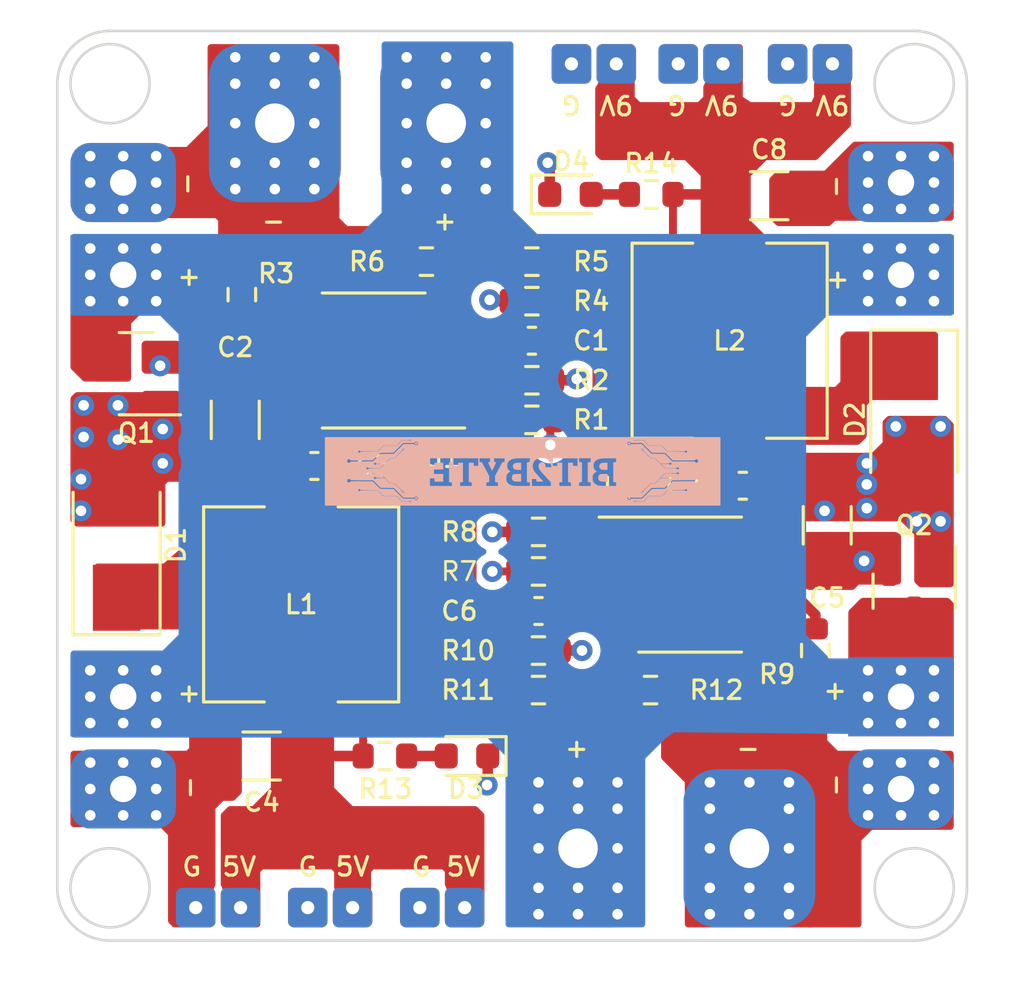
<source format=kicad_pcb>
(kicad_pcb (version 20211014) (generator pcbnew)
  (title_block (title "PDB") (date "2022-09-21") (rev "Version 1.0") (company "BIT2BYTE") (comment 1 "Designed By: CHUOB VANDY"))
  (layers (0 "F.Cu" signal) (1 "In1.Cu" power "In_1_GND") (2 "In2.Cu" power "In_2_GND") (31 "B.Cu" signal) (34 "B.Paste" user) (35 "F.Paste" user) (36 "B.SilkS" user "B.Silkscreen") (37 "F.SilkS" user "F.Silkscreen") (38 "B.Mask" user) (39 "F.Mask" user) (44 "Edge.Cuts" user))
  (net 0 "")
  (net 1 "/COMP")
  (net 2 "Net-(C1-Pad2)")
  (net 3 "/VIN")
  (net 4 "GND")
  (net 5 "/BST")
  (net 6 "/SW")
  (net 7 "+5V")
  (net 8 "Net-(C6-Pad2)")
  (net 9 "+9V")
  (net 10 "VCC")
  (net 11 "/EN")
  (net 12 "/FREQ")
  (net 13 "/FB")
  (net 14 "/VIN_9")
  (net 15 "/COMP_9")
  (net 16 "/BST_9")
  (net 17 "/SW_9")
  (net 18 "/EN_9")
  (net 19 "/FREQ_9")
  (net 20 "/FB_9")
  (net 21 "Net-(D3-Pad2)")
  (net 22 "Net-(D4-Pad2)")
  (footprint "Resistor_SMD:R_0603_1608Metric" (layer "F.Cu") (at 147.4 94)
    (fp_text reference "R7" (at -3.01 0) (layer "F.SilkS") (effects (font (size 0.7 0.7) (thickness 0.1))))
    (fp_text value "100k")
    (pad "1" smd roundrect locked (at -0.825 0) (size 0.8 0.95) (layers "F.Cu" "F.Paste" "F.Mask") (net 14 "/VIN_9"))
    (pad "2" smd roundrect locked (at 0.825 0) (size 0.8 0.95) (layers "F.Cu" "F.Paste" "F.Mask") (net 18 "/EN_9"))
  )
  (footprint "Diode_SMD:D_SMA" (layer "F.Cu") (at 131.4 93 90)
    (fp_text reference "D1" (at 0 2.25 90) (layer "F.SilkS") (effects (font (size 0.7 0.7) (thickness 0.12))))
    (fp_text value "SS34")
    (pad "1" smd rect locked (at -2 0 90) (size 2.5 1.8) (layers "F.Cu" "F.Paste" "F.Mask") (net 6 "/SW"))
    (pad "2" smd rect locked (at 2 0 90) (size 2.5 1.8) (layers "F.Cu" "F.Paste" "F.Mask") (net 4 "GND"))
  )
  (footprint "Resistor_SMD:R_0603_1608Metric" (layer "F.Cu") (at 136.15 83.5 90)
    (fp_text reference "R3" (at 0.8 1.3) (layer "F.SilkS") (effects (font (size 0.7 0.7) (thickness 0.12))))
    (fp_text value "100k")
    (pad "1" smd roundrect locked (at -0.825 0 90) (size 0.8 0.95) (layers "F.Cu" "F.Paste" "F.Mask") (net 12 "/FREQ"))
    (pad "2" smd roundrect locked (at 0.825 0 90) (size 0.8 0.95) (layers "F.Cu" "F.Paste" "F.Mask") (net 4 "GND"))
  )
  (footprint "LED_SMD:LED_0603_1608Metric" (layer "F.Cu") (at 148.6125 79.7)
    (fp_text reference "D4" (at 0.0375 -1.25 180) (layer "F.SilkS") (effects (font (size 0.7 0.7) (thickness 0.12))))
    (fp_text value "LEDR")
    (pad "1" smd roundrect locked (at -0.7875 0) (size 0.875 0.95) (layers "F.Cu" "F.Paste" "F.Mask") (net 4 "GND"))
    (pad "2" smd roundrect locked (at 0.7875 0) (size 0.875 0.95) (layers "F.Cu" "F.Paste" "F.Mask") (net 22 "Net-(D4-Pad2)"))
  )
  (footprint "Resistor_SMD:R_0603_1608Metric" (layer "F.Cu") (at 143.15 82.25 180)
    (fp_text reference "R6" (at 2.25 0) (layer "F.SilkS") (effects (font (size 0.7 0.7) (thickness 0.12))))
    (fp_text value "24k")
    (pad "1" smd roundrect locked (at -0.825 0 180) (size 0.8 0.95) (layers "F.Cu" "F.Paste" "F.Mask") (net 13 "/FB"))
    (pad "2" smd roundrect locked (at 0.825 0 180) (size 0.8 0.95) (layers "F.Cu" "F.Paste" "F.Mask") (net 4 "GND"))
  )
  (footprint "Resistor_SMD:R_0603_1608Metric" (layer "F.Cu") (at 151.675 79.7 180)
    (fp_text reference "R14" (at 0 1.175 180) (layer "F.SilkS") (effects (font (size 0.7 0.7) (thickness 0.12))))
    (fp_text value "1k")
    (pad "1" smd roundrect locked (at -0.825 0 180) (size 0.8 0.95) (layers "F.Cu" "F.Paste" "F.Mask") (net 9 "+9V"))
    (pad "2" smd roundrect locked (at 0.825 0 180) (size 0.8 0.95) (layers "F.Cu" "F.Paste" "F.Mask") (net 22 "Net-(D4-Pad2)"))
  )
  (footprint "Capacitor_SMD:C_0603_1608Metric" (layer "F.Cu") (at 147.15 85.25)
    (fp_text reference "C1" (at 2.25 0) (layer "F.SilkS") (effects (font (size 0.7 0.7) (thickness 0.12))))
    (fp_text value "150pF")
    (pad "1" smd roundrect locked (at -0.775 0) (size 0.9 0.95) (layers "F.Cu" "F.Paste" "F.Mask") (net 1 "/COMP"))
    (pad "2" smd roundrect locked (at 0.775 0) (size 0.9 0.95) (layers "F.Cu" "F.Paste" "F.Mask") (net 2 "Net-(C1-Pad2)"))
  )
  (footprint "Capacitor_SMD:C_1206_3216Metric" (layer "F.Cu") (at 156.15 79.75)
    (fp_text reference "C8" (at 0 -1.75) (layer "F.SilkS") (effects (font (size 0.7 0.7) (thickness 0.12))))
    (fp_text value "22uF")
    (pad "1" smd roundrect locked (at -1.475 0) (size 1.15 1.8) (layers "F.Cu" "F.Paste" "F.Mask") (roundrect_rratio 0.217391) (net 9 "+9V"))
    (pad "2" smd roundrect locked (at 1.475 0) (size 1.15 1.8) (layers "F.Cu" "F.Paste" "F.Mask") (roundrect_rratio 0.217391) (net 4 "GND"))
  )
  (footprint "Resistor_SMD:R_0603_1608Metric" (layer "F.Cu") (at 141.575 101)
    (fp_text reference "R13" (at 0.02 1.25) (layer "F.SilkS") (effects (font (size 0.7 0.7) (thickness 0.12))))
    (fp_text value "330R")
    (pad "1" smd roundrect locked (at -0.825 0) (size 0.8 0.95) (layers "F.Cu" "F.Paste" "F.Mask") (net 7 "+5V"))
    (pad "2" smd roundrect locked (at 0.825 0) (size 0.8 0.95) (layers "F.Cu" "F.Paste" "F.Mask") (net 21 "Net-(D3-Pad2)"))
  )
  (footprint "Resistor_SMD:R_0603_1608Metric" (layer "F.Cu") (at 157.9 97 -90)
    (fp_text reference "R9" (at 0.9 1.45 180) (layer "F.SilkS") (effects (font (size 0.7 0.7) (thickness 0.12))))
    (fp_text value "100k")
    (pad "1" smd roundrect locked (at -0.825 0 270) (size 0.8 0.95) (layers "F.Cu" "F.Paste" "F.Mask") (net 19 "/FREQ_9"))
    (pad "2" smd roundrect locked (at 0.825 0 270) (size 0.8 0.95) (layers "F.Cu" "F.Paste" "F.Mask") (net 4 "GND"))
  )
  (footprint "myCustomLibs:PDB_Pad01x02" (layer "F.Cu") (at 161.15 102.25)
    (fp_text reference "J3" hide)
    (fp_text value "Conn_01x02")
    (pad "1" thru_hole roundrect (at 0 0) (size 4 3) (drill 1) (layers *.Cu *.Mask) (net 4 "GND"))
    (pad "2" thru_hole rect (at 0 -3.5) (size 4 3) (drill 1) (layers *.Cu *.Mask) (net 10 "VCC"))
  )
  (footprint "Package_SO:SOIC-8-1EP_3.9x4.9mm_P1.27mm_EP2.41x3.3mm" (layer "F.Cu") (at 141.15 86 180)
    (fp_text reference "U1" (at -2.6 -3.7 180) (layer "F.SilkS") (effects (font (size 0.7 0.7) (thickness 0.12))))
    (fp_text value "MP1584")
    (pad "1" smd roundrect locked (at -2.475 -1.905 180) (size 1.95 0.6) (layers "F.Cu" "F.Paste" "F.Mask") (net 6 "/SW"))
    (pad "2" smd roundrect locked (at -2.475 -0.635 180) (size 1.95 0.6) (layers "F.Cu" "F.Paste" "F.Mask") (net 11 "/EN"))
    (pad "3" smd roundrect locked (at -2.475 0.635 180) (size 1.95 0.6) (layers "F.Cu" "F.Paste" "F.Mask") (net 1 "/COMP"))
    (pad "4" smd roundrect locked (at -2.475 1.905 180) (size 1.95 0.6) (layers "F.Cu" "F.Paste" "F.Mask") (net 13 "/FB"))
    (pad "5" smd roundrect locked (at 2.475 1.905 180) (size 1.95 0.6) (layers "F.Cu" "F.Paste" "F.Mask") (net 4 "GND"))
    (pad "6" smd roundrect locked (at 2.475 0.635 180) (size 1.95 0.6) (layers "F.Cu" "F.Paste" "F.Mask") (net 12 "/FREQ"))
    (pad "7" smd roundrect locked (at 2.475 -0.635 180) (size 1.95 0.6) (layers "F.Cu" "F.Paste" "F.Mask") (net 3 "/VIN"))
    (pad "8" smd roundrect locked (at 2.475 -1.905 180) (size 1.95 0.6) (layers "F.Cu" "F.Paste" "F.Mask") (net 5 "/BST"))
    (pad "9" smd rect locked (at 0 0 180) (size 2.41 3.3) (layers "F.Cu" "F.Mask"))
  )
  (footprint "Resistor_SMD:R_0603_1608Metric" (layer "F.Cu") (at 147.15 86.75)
    (fp_text reference "R2" (at 2.25 0) (layer "F.SilkS") (effects (font (size 0.7 0.7) (thickness 0.12))))
    (fp_text value "24k")
    (pad "1" smd roundrect locked (at -0.825 0) (size 0.8 0.95) (layers "F.Cu" "F.Paste" "F.Mask") (net 11 "/EN"))
    (pad "2" smd roundrect locked (at 0.825 0) (size 0.8 0.95) (layers "F.Cu" "F.Paste" "F.Mask") (net 4 "GND"))
  )
  (footprint "Resistor_SMD:R_0603_1608Metric" (layer "F.Cu") (at 147.4 98.5)
    (fp_text reference "R11" (at -2.666667 0) (layer "F.SilkS") (effects (font (size 0.7 0.7) (thickness 0.12))))
    (fp_text value "400k")
    (pad "1" smd roundrect locked (at -0.825 0) (size 0.8 0.95) (layers "F.Cu" "F.Paste" "F.Mask") (net 9 "+9V"))
    (pad "2" smd roundrect locked (at 0.825 0) (size 0.8 0.95) (layers "F.Cu" "F.Paste" "F.Mask") (net 20 "/FB_9"))
  )
  (footprint "Capacitor_SMD:C_1206_3216Metric" (layer "F.Cu") (at 136.9 101 180)
    (fp_text reference "C4" (at 0 -1.75 180) (layer "F.SilkS") (effects (font (size 0.7 0.7) (thickness 0.12))))
    (fp_text value "22uF")
    (pad "1" smd roundrect locked (at -1.475 0 180) (size 1.15 1.8) (layers "F.Cu" "F.Paste" "F.Mask") (roundrect_rratio 0.217391) (net 7 "+5V"))
    (pad "2" smd roundrect locked (at 1.475 0 180) (size 1.15 1.8) (layers "F.Cu" "F.Paste" "F.Mask") (roundrect_rratio 0.217391) (net 4 "GND"))
  )
  (footprint "Capacitor_SMD:C_1206_3216Metric" (layer "F.Cu") (at 158.35 92.25 90)
    (fp_text reference "C5" (at -2.75 0 180) (layer "F.SilkS") (effects (font (size 0.7 0.7) (thickness 0.12))))
    (fp_text value "10uF")
    (pad "1" smd roundrect locked (at -1.475 0 90) (size 1.15 1.8) (layers "F.Cu" "F.Paste" "F.Mask") (roundrect_rratio 0.217391) (net 14 "/VIN_9"))
    (pad "2" smd roundrect locked (at 1.475 0 90) (size 1.15 1.8) (layers "F.Cu" "F.Paste" "F.Mask") (roundrect_rratio 0.217391) (net 4 "GND"))
  )
  (footprint "LED_SMD:LED_0603_1608Metric" (layer "F.Cu") (at 144.6875 101 180)
    (fp_text reference "D3" (at 0.0375 -1.25) (layer "F.SilkS") (effects (font (size 0.7 0.7) (thickness 0.12))))
    (fp_text value "LEDR")
    (pad "1" smd roundrect locked (at -0.7875 0 180) (size 0.875 0.95) (layers "F.Cu" "F.Paste" "F.Mask") (net 4 "GND"))
    (pad "2" smd roundrect locked (at 0.7875 0 180) (size 0.875 0.95) (layers "F.Cu" "F.Paste" "F.Mask") (net 21 "Net-(D3-Pad2)"))
  )
  (footprint "Resistor_SMD:R_0603_1608Metric" (layer "F.Cu") (at 147.15 88.25 180)
    (fp_text reference "R1" (at -2.25 0) (layer "F.SilkS") (effects (font (size 0.7 0.7) (thickness 0.12))))
    (fp_text value "100k")
    (pad "1" smd roundrect locked (at -0.825 0 180) (size 0.8 0.95) (layers "F.Cu" "F.Paste" "F.Mask") (net 3 "/VIN"))
    (pad "2" smd roundrect locked (at 0.825 0 180) (size 0.8 0.95) (layers "F.Cu" "F.Paste" "F.Mask") (net 11 "/EN"))
  )
  (footprint "myCustomLibs:ConPadx02-1.5mm" (layer "F.Cu") (at 135.25 106.75)
    (fp_text reference "J10" hide)
    (fp_text value "Conn_01x02")
    (pad "1" thru_hole roundrect (at -0.85 0) (size 1.5 1.5) (drill 0.5) (layers *.Cu *.Mask) (roundrect_rratio 0.15) (net 4 "GND"))
    (pad "2" thru_hole roundrect (at 0.85 0) (size 1.5 1.5) (drill 0.5) (layers *.Cu *.Mask) (roundrect_rratio 0.15) (net 7 "+5V"))
  )
  (footprint "Resistor_SMD:R_0603_1608Metric" (layer "F.Cu") (at 147.4 92.5 180)
    (fp_text reference "R8" (at 3 0) (layer "F.SilkS") (effects (font (size 0.7 0.7) (thickness 0.12))))
    (fp_text value "24k")
    (pad "1" smd roundrect locked (at -0.825 0 180) (size 0.8 0.95) (layers "F.Cu" "F.Paste" "F.Mask") (net 18 "/EN_9"))
    (pad "2" smd roundrect locked (at 0.825 0 180) (size 0.8 0.95) (layers "F.Cu" "F.Paste" "F.Mask") (net 4 "GND"))
  )
  (footprint "Diode_SMD:D_SMA" (layer "F.Cu") (at 161.65 88.25 -90)
    (fp_text reference "D2" (at 0 2.25 -90) (layer "F.SilkS") (effects (font (size 0.7 0.7) (thickness 0.12))))
    (fp_text value "SS34")
    (pad "1" smd rect locked (at -2 0 270) (size 2.5 1.8) (layers "F.Cu" "F.Paste" "F.Mask") (net 17 "/SW_9"))
    (pad "2" smd rect locked (at 2 0 270) (size 2.5 1.8) (layers "F.Cu" "F.Paste" "F.Mask") (net 4 "GND"))
  )
  (footprint "Resistor_SMD:R_0603_1608Metric" (layer "F.Cu") (at 147.15 82.25 180)
    (fp_text reference "R5" (at -2.25 0) (layer "F.SilkS") (effects (font (size 0.7 0.7) (thickness 0.12))))
    (fp_text value "126k")
    (pad "1" smd roundrect locked (at -0.825 0 180) (size 0.8 0.95) (layers "F.Cu" "F.Paste" "F.Mask") (net 7 "+5V"))
    (pad "2" smd roundrect locked (at 0.825 0 180) (size 0.8 0.95) (layers "F.Cu" "F.Paste" "F.Mask") (net 13 "/FB"))
  )
  (footprint "Capacitor_SMD:C_0603_1608Metric" (layer "F.Cu") (at 155.15 90.75 180)
    (fp_text reference "C7" (at 2.25 0) (layer "F.SilkS") (effects (font (size 0.7 0.7) (thickness 0.12))))
    (fp_text value "100nF")
    (pad "1" smd roundrect locked (at -0.775 0 180) (size 0.9 0.95) (layers "F.Cu" "F.Paste" "F.Mask") (net 16 "/BST_9"))
    (pad "2" smd roundrect locked (at 0.775 0 180) (size 0.9 0.95) (layers "F.Cu" "F.Paste" "F.Mask") (net 17 "/SW_9"))
  )
  (footprint "myCustomLibs:PDB_Pad01x02" (layer "F.Cu") (at 131.65 102.25)
    (fp_text reference "J4" hide)
    (fp_text value "Conn_01x02")
    (pad "1" thru_hole roundrect (at 0 0) (size 4 3) (drill 1) (layers *.Cu *.Mask) (net 4 "GND"))
    (pad "2" thru_hole rect (at 0 -3.5) (size 4 3) (drill 1) (layers *.Cu *.Mask) (net 10 "VCC"))
  )
  (footprint "myCustomLibs:PDB_6mm" (layer "F.Cu") (at 141.15 77 90)
    (fp_text reference "J1" hide)
    (fp_text value "Conn_01x02")
    (pad "1" thru_hole roundrect (at 0 -3.75 90) (size 6 5) (drill 1.5) (layers *.Cu *.Mask) (net 4 "GND"))
    (pad "2" thru_hole roundrect (at 0 2.75 90) (size 6 5) (drill 1.5) (layers *.Cu *.Mask) (net 10 "VCC"))
  )
  (footprint "Package_TO_SOT_SMD:SOT-23" (layer "F.Cu") (at 161.65 94.75 -90)
    (fp_text reference "Q2" (at -2.5 0 180) (layer "F.SilkS") (effects (font (size 0.7 0.7) (thickness 0.12))))
    (fp_text value "AO3401A")
    (pad "1" smd roundrect locked (at -0.9375 -0.95 270) (size 1.475 0.6) (layers "F.Cu" "F.Paste" "F.Mask") (net 4 "GND"))
    (pad "2" smd roundrect locked (at -0.9375 0.95 270) (size 1.475 0.6) (layers "F.Cu" "F.Paste" "F.Mask") (net 14 "/VIN_9"))
    (pad "3" smd roundrect locked (at 0.9375 0 270) (size 1.475 0.6) (layers "F.Cu" "F.Paste" "F.Mask") (net 10 "VCC"))
  )
  (footprint "Package_SO:SOIC-8-1EP_3.9x4.9mm_P1.27mm_EP2.41x3.3mm" (layer "F.Cu") (at 153.15 94.5)
    (fp_text reference "U2" (at -2.6 -3.7) (layer "F.SilkS") (effects (font (size 0.7 0.7) (thickness 0.12))))
    (fp_text value "MP1584")
    (pad "1" smd roundrect locked (at -2.475 -1.905) (size 1.95 0.6) (layers "F.Cu" "F.Paste" "F.Mask") (net 17 "/SW_9"))
    (pad "2" smd roundrect locked (at -2.475 -0.635) (size 1.95 0.6) (layers "F.Cu" "F.Paste" "F.Mask") (net 18 "/EN_9"))
    (pad "3" smd roundrect locked (at -2.475 0.635) (size 1.95 0.6) (layers "F.Cu" "F.Paste" "F.Mask") (net 15 "/COMP_9"))
    (pad "4" smd roundrect locked (at -2.475 1.905) (size 1.95 0.6) (layers "F.Cu" "F.Paste" "F.Mask") (net 20 "/FB_9"))
    (pad "5" smd roundrect locked (at 2.475 1.905) (size 1.95 0.6) (layers "F.Cu" "F.Paste" "F.Mask") (net 4 "GND"))
    (pad "6" smd roundrect locked (at 2.475 0.635) (size 1.95 0.6) (layers "F.Cu" "F.Paste" "F.Mask") (net 19 "/FREQ_9"))
    (pad "7" smd roundrect locked (at 2.475 -0.635) (size 1.95 0.6) (layers "F.Cu" "F.Paste" "F.Mask") (net 14 "/VIN_9"))
    (pad "8" smd roundrect locked (at 2.475 -1.905) (size 1.95 0.6) (layers "F.Cu" "F.Paste" "F.Mask") (net 16 "/BST_9"))
    (pad "9" smd rect locked (at 0 0) (size 2.41 3.3) (layers "F.Cu" "F.Mask"))
  )
  (footprint "Resistor_SMD:R_0603_1608Metric" (layer "F.Cu") (at 147.15 83.75 180)
    (fp_text reference "R4" (at -2.25 0) (layer "F.SilkS") (effects (font (size 0.7 0.7) (thickness 0.12))))
    (fp_text value "100k")
    (pad "1" smd roundrect locked (at -0.825 0 180) (size 0.8 0.95) (layers "F.Cu" "F.Paste" "F.Mask") (net 2 "Net-(C1-Pad2)"))
    (pad "2" smd roundrect locked (at 0.825 0 180) (size 0.8 0.95) (layers "F.Cu" "F.Paste" "F.Mask") (net 4 "GND"))
  )
  (footprint "myCustomLibs:ConPadx02-1.5mm" (layer "F.Cu") (at 143.75 106.75)
    (fp_text reference "J9" hide)
    (fp_text value "Conn_01x02")
    (pad "1" thru_hole roundrect (at -0.85 0) (size 1.5 1.5) (drill 0.5) (layers *.Cu *.Mask) (roundrect_rratio 0.15) (net 4 "GND"))
    (pad "2" thru_hole roundrect (at 0.85 0) (size 1.5 1.5) (drill 0.5) (layers *.Cu *.Mask) (roundrect_rratio 0.15) (net 7 "+5V"))
  )
  (footprint "Inductor_SMD:L_7.3x7.3_H4.5" (layer "F.Cu") (at 154.65 85.25 90)
    (fp_text reference "L2" (at 0 0 180) (layer "F.SilkS") (effects (font (size 0.7 0.7) (thickness 0.12))))
    (fp_text value "22uH")
    (pad "1" smd rect locked (at -3.2 0 90) (size 1.5 2.2) (layers "F.Cu" "F.Paste" "F.Mask") (net 17 "/SW_9"))
    (pad "2" smd rect locked (at 3.2 0 90) (size 1.5 2.2) (layers "F.Cu" "F.Paste" "F.Mask") (net 9 "+9V"))
  )
  (footprint "myCustomLibs:PDB_6mm" (layer "F.Cu") (at 151.65 104.5 -90)
    (fp_text reference "J12" hide)
    (fp_text value "Conn_01x02")
    (pad "1" thru_hole roundrect (at 0 -3.75 270) (size 6 5) (drill 1.5) (layers *.Cu *.Mask) (net 4 "GND"))
    (pad "2" thru_hole roundrect (at 0 2.75 270) (size 6 5) (drill 1.5) (layers *.Cu *.Mask) (net 10 "VCC"))
  )
  (footprint "Capacitor_SMD:C_1206_3216Metric" (layer "F.Cu") (at 135.9 88.25 -90)
    (fp_text reference "C2" (at -2.75 0 180) (layer "F.SilkS") (effects (font (size 0.7 0.7) (thickness 0.12))))
    (fp_text value "10uF")
    (pad "1" smd roundrect locked (at -1.475 0 270) (size 1.15 1.8) (layers "F.Cu" "F.Paste" "F.Mask") (roundrect_rratio 0.217391) (net 3 "/VIN"))
    (pad "2" smd roundrect locked (at 1.475 0 270) (size 1.15 1.8) (layers "F.Cu" "F.Paste" "F.Mask") (roundrect_rratio 0.217391) (net 4 "GND"))
  )
  (footprint "myCustomLibs:ConPadx02-1.5mm" (layer "F.Cu") (at 153.55 74.75)
    (fp_text reference "J8" hide)
    (fp_text value "Conn_01x02")
    (pad "1" thru_hole roundrect (at -0.85 0) (size 1.5 1.5) (drill 0.5) (layers *.Cu *.Mask) (roundrect_rratio 0.15) (net 4 "GND"))
    (pad "2" thru_hole roundrect (at 0.85 0) (size 1.5 1.5) (drill 0.5) (layers *.Cu *.Mask) (roundrect_rratio 0.15) (net 9 "+9V"))
  )
  (footprint "myCustomLibs:PDB_Pad01x02" (layer "F.Cu") (at 131.65 79.25 180)
    (fp_text reference "J5" hide)
    (fp_text value "Conn_01x02")
    (pad "1" thru_hole roundrect (at 0 0 180) (size 4 3) (drill 1) (layers *.Cu *.Mask) (net 4 "GND"))
    (pad "2" thru_hole rect (at 0 -3.5 180) (size 4 3) (drill 1) (layers *.Cu *.Mask) (net 10 "VCC"))
  )
  (footprint "Inductor_SMD:L_7.3x7.3_H4.5" (layer "F.Cu") (at 138.4 95.25 -90)
    (fp_text reference "L1" (at 0 0) (layer "F.SilkS") (effects (font (size 0.7 0.7) (thickness 0.12))))
    (fp_text value "22uH")
    (pad "1" smd rect locked (at -3.2 0 270) (size 1.5 2.2) (layers "F.Cu" "F.Paste" "F.Mask") (net 6 "/SW"))
    (pad "2" smd rect locked (at 3.2 0 270) (size 1.5 2.2) (layers "F.Cu" "F.Paste" "F.Mask") (net 7 "+5V"))
  )
  (footprint "Package_TO_SOT_SMD:SOT-23" (layer "F.Cu") (at 132.15 86.5 180)
    (fp_text reference "Q1" (at 0 -2.25) (layer "F.SilkS") (effects (font (size 0.7 0.7) (thickness 0.12))))
    (fp_text value "AO3401A")
    (pad "1" smd roundrect locked (at -0.9375 -0.95 180) (size 1.475 0.6) (layers "F.Cu" "F.Paste" "F.Mask") (net 4 "GND"))
    (pad "2" smd roundrect locked (at -0.9375 0.95 180) (size 1.475 0.6) (layers "F.Cu" "F.Paste" "F.Mask") (net 3 "/VIN"))
    (pad "3" smd roundrect locked (at 0.9375 0 180) (size 1.475 0.6) (layers "F.Cu" "F.Paste" "F.Mask") (net 10 "VCC"))
  )
  (footprint "Resistor_SMD:R_0603_1608Metric" (layer "F.Cu") (at 151.65 98.5)
    (fp_text reference "R12" (at 2.5 0) (layer "F.SilkS") (effects (font (size 0.7 0.7) (thickness 0.12))))
    (fp_text value "39k")
    (pad "1" smd roundrect locked (at -0.825 0) (size 0.8 0.95) (layers "F.Cu" "F.Paste" "F.Mask") (net 20 "/FB_9"))
    (pad "2" smd roundrect locked (at 0.825 0) (size 0.8 0.95) (layers "F.Cu" "F.Paste" "F.Mask") (net 4 "GND"))
  )
  (footprint "myCustomLibs:ConPadx02-1.5mm" (layer "F.Cu") (at 157.7 74.75)
    (fp_text reference "J6" hide)
    (fp_text value "Conn_01x02")
    (pad "1" thru_hole roundrect (at -0.85 0) (size 1.5 1.5) (drill 0.5) (layers *.Cu *.Mask) (roundrect_rratio 0.15) (net 4 "GND"))
    (pad "2" thru_hole roundrect (at 0.85 0) (size 1.5 1.5) (drill 0.5) (layers *.Cu *.Mask) (roundrect_rratio 0.15) (net 9 "+9V"))
  )
  (footprint "myCustomLibs:ConPadx02-1.5mm" (layer "F.Cu") (at 149.5 74.75)
    (fp_text reference "J7" hide)
    (fp_text value "Conn_01x02")
    (pad "1" thru_hole roundrect (at -0.85 0) (size 1.5 1.5) (drill 0.5) (layers *.Cu *.Mask) (roundrect_rratio 0.15) (net 4 "GND"))
    (pad "2" thru_hole roundrect (at 0.85 0) (size 1.5 1.5) (drill 0.5) (layers *.Cu *.Mask) (roundrect_rratio 0.15) (net 9 "+9V"))
  )
  (footprint "Capacitor_SMD:C_0603_1608Metric" (layer "F.Cu") (at 138.9 90)
    (fp_text reference "C3" (at 2.25 0) (layer "F.SilkS") (effects (font (size 0.7 0.7) (thickness 0.12))))
    (fp_text value "100nF")
    (pad "1" smd roundrect locked (at -0.775 0) (size 0.9 0.95) (layers "F.Cu" "F.Paste" "F.Mask") (net 5 "/BST"))
    (pad "2" smd roundrect locked (at 0.775 0) (size 0.9 0.95) (layers "F.Cu" "F.Paste" "F.Mask") (net 6 "/SW"))
  )
  (footprint "Resistor_SMD:R_0603_1608Metric" (layer "F.Cu") (at 147.4 97)
    (fp_text reference "R10" (at -2.666667 0) (layer "F.SilkS") (effects (font (size 0.7 0.7) (thickness 0.12))))
    (fp_text value "100k")
    (pad "1" smd roundrect locked (at -0.825 0) (size 0.8 0.95) (layers "F.Cu" "F.Paste" "F.Mask") (net 8 "Net-(C6-Pad2)"))
    (pad "2" smd roundrect locked (at 0.825 0) (size 0.8 0.95) (layers "F.Cu" "F.Paste" "F.Mask") (net 4 "GND"))
  )
  (footprint "myCustomLibs:PDB_Pad01x02" (layer "F.Cu") (at 161.15 79.25 180)
    (fp_text reference "J2" hide)
    (fp_text value "Conn_01x02")
    (pad "1" thru_hole roundrect (at 0 0 180) (size 4 3) (drill 1) (layers *.Cu *.Mask) (net 4 "GND"))
    (pad "2" thru_hole rect (at 0 -3.5 180) (size 4 3) (drill 1) (layers *.Cu *.Mask) (net 10 "VCC"))
  )
  (footprint "myCustomLibs:ConPadx02-1.5mm" (layer "F.Cu") (at 139.5 106.75)
    (fp_text reference "J11" hide)
    (fp_text value "Conn_01x02")
    (pad "1" thru_hole roundrect (at -0.85 0) (size 1.5 1.5) (drill 0.5) (layers *.Cu *.Mask) (roundrect_rratio 0.15) (net 4 "GND"))
    (pad "2" thru_hole roundrect (at 0.85 0) (size 1.5 1.5) (drill 0.5) (layers *.Cu *.Mask) (roundrect_rratio 0.15) (net 7 "+5V"))
  )
  (footprint "Capacitor_SMD:C_0603_1608Metric" (layer "F.Cu") (at 147.4 95.5 180)
    (fp_text reference "C6" (at 3 0) (layer "F.SilkS") (effects (font (size 0.7 0.7) (thickness 0.12))))
    (fp_text value "150pF")
    (pad "1" smd roundrect locked (at -0.775 0 180) (size 0.9 0.95) (layers "F.Cu" "F.Paste" "F.Mask") (net 15 "/COMP_9"))
    (pad "2" smd roundrect locked (at 0.775 0 180) (size 0.9 0.95) (layers "F.Cu" "F.Paste" "F.Mask") (net 8 "Net-(C6-Pad2)"))
  )
  (footprint "MyLogo:bit2byte_15m-x2mm" (layer "B.Cu") (at 146.8 90.2 180)
    (fp_text reference "G***" hide)
    (fp_text value "LOGO" hide)
  )
  (gr_line (start 131.15 108) (end 161.65 108) (layer "Edge.Cuts") (width 0.1))
  (gr_circle (center 131.15 75.5) (end 131.15 74) (layer "Edge.Cuts") (width 0.1) (fill none))
  (gr_line (start 161.65 73.5) (end 131.15 73.5) (layer "Edge.Cuts") (width 0.1))
  (gr_circle (center 131.15 106) (end 131.15 104.5) (layer "Edge.Cuts") (width 0.1) (fill none))
  (gr_arc (start 131.15 108) (mid 129.735786 107.414214) (end 129.15 106) (layer "Edge.Cuts") (width 0.1))
  (gr_arc (start 129.15 75.5) (mid 129.735786 74.085786) (end 131.15 73.5) (layer "Edge.Cuts") (width 0.1))
  (gr_line (start 129.15 75.5) (end 129.15 106) (layer "Edge.Cuts") (width 0.1))
  (gr_arc (start 161.65 73.5) (mid 163.064214 74.085786) (end 163.65 75.5) (layer "Edge.Cuts") (width 0.1))
  (gr_circle (center 161.65 106) (end 161.65 104.5) (layer "Edge.Cuts") (width 0.1) (fill none))
  (gr_circle (center 161.65 75.5) (end 161.65 74) (layer "Edge.Cuts") (width 0.1) (fill none))
  (gr_line (start 163.65 106) (end 163.65 75.5) (layer "Edge.Cuts") (width 0.1))
  (gr_arc (start 163.65 106) (mid 163.064214 107.414214) (end 161.65 108) (layer "Edge.Cuts") (width 0.1))
  (gr_text "9V" (at 154.35 76.3 180) (layer "F.SilkS") (effects (font (size 0.7 0.7) (thickness 0.12))))
  (gr_text "-" (at 155.35 100.8 180) (layer "F.SilkS") (effects (font (size 0.7 0.7) (thickness 0.12))))
  (gr_text "-" (at 134.05 79.3 90) (layer "F.SilkS") (effects (font (size 0.7 0.7) (thickness 0.12))))
  (gr_text "+" (at 143.85 80.7) (layer "F.SilkS") (effects (font (size 0.7 0.7) (thickness 0.12))))
  (gr_text "G" (at 138.65 105.2) (layer "F.SilkS") (effects (font (size 0.7 0.7) (thickness 0.12))))
  (gr_text "9V" (at 150.35 76.3 180) (layer "F.SilkS") (effects (font (size 0.7 0.7) (thickness 0.12))))
  (gr_text "G" (at 134.25 105.2) (layer "F.SilkS") (effects (font (size 0.7 0.7) (thickness 0.12))))
  (gr_text "-" (at 137.35 80.7) (layer "F.SilkS") (effects (font (size 0.7 0.7) (thickness 0.12))))
  (gr_text "G" (at 148.65 76.3 180) (layer "F.SilkS") (effects (font (size 0.7 0.7) (thickness 0.12))))
  (gr_text "G" (at 152.65 76.3 180) (layer "F.SilkS") (effects (font (size 0.7 0.7) (thickness 0.12))))
  (gr_text "G" (at 142.95 105.2) (layer "F.SilkS") (effects (font (size 0.7 0.7) (thickness 0.12))))
  (gr_text "5V" (at 136.05 105.2) (layer "F.SilkS") (effects (font (size 0.7 0.7) (thickness 0.12))))
  (gr_text "-" (at 158.65 79.4 90) (layer "F.SilkS") (effects (font (size 0.7 0.7) (thickness 0.12))))
  (gr_text "+" (at 134.15 98.7 180) (layer "F.SilkS") (effects (font (size 0.7 0.7) (thickness 0.12))))
  (gr_text "+" (at 158.75 82.9) (layer "F.SilkS") (effects (font (size 0.7 0.7) (thickness 0.12))))
  (gr_text "-" (at 158.75 102.1 270) (layer "F.SilkS") (effects (font (size 0.7 0.7) (thickness 0.12))))
  (gr_text "+" (at 134.15 82.8) (layer "F.SilkS") (effects (font (size 0.7 0.7) (thickness 0.12))))
  (gr_text "+" (at 158.65 98.6 180) (layer "F.SilkS") (effects (font (size 0.7 0.7) (thickness 0.12))))
  (gr_text "+" (at 148.85 100.8 180) (layer "F.SilkS") (effects (font (size 0.7 0.7) (thickness 0.12))))
  (gr_text "-" (at 134.25 102.2 270) (layer "F.SilkS") (effects (font (size 0.7 0.7) (thickness 0.12))))
  (gr_text "9V" (at 158.55 76.3 180) (layer "F.SilkS") (effects (font (size 0.7 0.7) (thickness 0.12))))
  (gr_text "5V" (at 140.35 105.2) (layer "F.SilkS") (effects (font (size 0.7 0.7) (thickness 0.12))))
  (gr_text "5V" (at 144.55 105.2) (layer "F.SilkS") (effects (font (size 0.7 0.7) (thickness 0.12))))
  (gr_text "G" (at 156.85 76.3 180) (layer "F.SilkS") (effects (font (size 0.7 0.7) (thickness 0.12))))
  (segment (start 143.74 85.25) (end 143.625 85.365) (width 0.3) (layer "F.Cu") (net 1))
  (segment (start 146.375 85.25) (end 143.74 85.25) (width 0.3) (layer "F.Cu") (net 1))
  (segment (start 147.975 83.75) (end 147.975 85.2) (width 0.3) (layer "F.Cu") (net 2))
  (segment (start 147.975 85.2) (end 147.925 85.25) (width 0.3) (layer "F.Cu") (net 2))
  (segment (start 147.85 89.2) (end 147.85 88.375) (width 0.3) (layer "F.Cu") (net 3))
  (segment (start 147.85 88.375) (end 147.975 88.25) (width 0.3) (layer "F.Cu") (net 3))
  (via (at 133.05 86.2) (size 0.8) (drill 0.4) (layers "F.Cu" "B.Cu") (net 3))
  (via (at 147.85 89.2) (size 0.8) (drill 0.4) (layers "F.Cu" "B.Cu") (net 3))
  (segment (start 147.975 86.75) (end 148.8 86.75) (width 0.4) (layer "F.Cu") (net 4))
  (segment (start 145.475 101) (end 145.475 102.075) (width 0.4) (layer "F.Cu") (net 4))
  (segment (start 147.825 79.7) (end 147.825 78.575) (width 0.4) (layer "F.Cu") (net 4))
  (segment (start 145.475 102.075) (end 145.45 102.1) (width 0.4) (layer "F.Cu") (net 4))
  (segment (start 148.8 86.75) (end 148.85 86.7) (width 0.4) (layer "F.Cu") (net 4))
  (segment (start 149.05 97) (end 148.225 97) (width 0.4) (layer "F.Cu") (net 4))
  (segment (start 146.325 83.75) (end 145.6 83.75) (width 0.4) (layer "F.Cu") (net 4))
  (segment (start 147.825 78.575) (end 147.75 78.5) (width 0.4) (layer "F.Cu") (net 4))
  (segment (start 145.6 83.75) (end 145.55 83.7) (width 0.4) (layer "F.Cu") (net 4))
  (segment (start 146.575 92.5) (end 145.65 92.5) (width 0.4) (layer "F.Cu") (net 4))
  (via (at 160.95 88.5) (size 0.8) (drill 0.4) (layers "F.Cu" "B.Cu") (net 4))
  (via (at 132.9 78.25) (size 0.8) (drill 0.4) (layers "F.Cu" "B.Cu") (net 4))
  (via (at 159.9 79.25) (size 0.8) (drill 0.4) (layers "F.Cu" "B.Cu") (net 4))
  (via (at 130.4 103.25) (size 0.8) (drill 0.4) (layers "F.Cu" "B.Cu") (net 4))
  (via (at 131.65 101.25) (size 0.8) (drill 0.4) (layers "F.Cu" "B.Cu") (net 4))
  (via (at 130.15 87.7) (size 0.8) (drill 0.4) (layers "F.Cu" "B.Cu") (net 4))
  (via (at 138.9 74.5) (size 0.8) (drill 0.4) (layers "F.Cu" "B.Cu") (net 4))
  (via (at 161.15 103.25) (size 0.8) (drill 0.4) (layers "F.Cu" "B.Cu") (net 4))
  (via (at 138.9 78.5) (size 0.8) (drill 0.4) (layers "F.Cu" "B.Cu") (net 4))
  (via (at 153.9 106) (size 0.8) (drill 0.4) (layers "F.Cu" "B.Cu") (net 4))
  (via (at 133.15 89.9) (size 0.8) (drill 0.4) (layers "F.Cu" "B.Cu") (net 4))
  (via (at 159.9 102.25) (size 0.8) (drill 0.4) (layers "F.Cu" "B.Cu") (net 4))
  (via (at 155.4 107) (size 0.8) (drill 0.4) (layers "F.Cu" "B.Cu") (net 4))
  (via (at 159.9 101.25) (size 0.8) (drill 0.4) (layers "F.Cu" "B.Cu") (net 4))
  (via (at 162.4 102.25) (size 0.8) (drill 0.4) (layers "F.Cu" "B.Cu") (net 4))
  (via (at 161.15 80.25) (size 0.8) (drill 0.4) (layers "F.Cu" "B.Cu") (net 4))
  (via (at 161.15 101.25) (size 0.8) (drill 0.4) (layers "F.Cu" "B.Cu") (net 4))
  (via (at 162.65 92.1) (size 0.8) (drill 0.4) (layers "F.Cu" "B.Cu") (net 4))
  (via (at 162.4 79.25) (size 0.8) (drill 0.4) (layers "F.Cu" "B.Cu") (net 4))
  (via (at 145.55 83.7) (size 0.8) (drill 0.4) (layers "F.Cu" "B.Cu") (net 4))
  (via (at 131.65 80.25) (size 0.8) (drill 0.4) (layers "F.Cu" "B.Cu") (net 4))
  (via (at 130.05 90.5) (size 0.8) (drill 0.4) (layers "F.Cu" "B.Cu") (net 4))
  (via (at 161.15 78.25) (size 0.8) (drill 0.4) (layers "F.Cu" "B.Cu") (net 4))
  (via (at 145.65 92.5) (size 0.8) (drill 0.4) (layers "F.Cu" "B.Cu") (net 4))
  (via (at 159.9 103.25) (size 0.8) (drill 0.4) (layers "F.Cu" "B.Cu") (net 4))
  (via (at 137.4 78.5) (size 0.8) (drill 0.4) (layers "F.Cu" "B.Cu") (net 4))
  (via (at 131.45 89) (size 0.8) (drill 0.4) (layers "F.Cu" "B.Cu") (net 4))
  (via (at 159.9 80.25) (size 0.8) (drill 0.4) (layers "F.Cu" "B.Cu") (net 4))
  (via (at 148.85 86.7) (size 0.8) (drill 0.4) (layers "F.Cu" "B.Cu") (net 4))
  (via (at 131.45 87.7) (size 0.8) (drill 0.4) (layers "F.Cu" "B.Cu") (net 4))
  (via (at 155.4 102) (size 0.8) (drill 0.4) (layers "F.Cu" "B.Cu") (net 4))
  (via (at 162.4 103.25) (size 0.8) (drill 0.4) (layers "F.Cu" "B.Cu") (net 4))
  (via (at 130.4 79.25) (size 0.8) (drill 0.4) (layers "F.Cu" "B.Cu") (net 4))
  (via (at 132.9 101.25) (size 0.8) (drill 0.4) (layers "F.Cu" "B.Cu") (net 4))
  (via (at 156.9 106) (size 0.8) (drill 0.4) (layers "F.Cu" "B.Cu") (net 4))
  (via (at 156.9 107) (size 0.8) (drill 0.4) (layers "F.Cu" "B.Cu") (net 4))
  (via (at 156.9 103) (size 0.8) (drill 0.4) (layers "F.Cu" "B.Cu") (net 4))
  (via (at 135.9 79.5) (size 0.8) (drill 0.4) (layers "F.Cu" "B.Cu") (net 4))
  (via (at 153.9 104.5) (size 0.8) (drill 0.4) (layers "F.Cu" "B.Cu") (net 4))
  (via (at 159.85 90.7) (size 0.8) (drill 0.4) (layers "F.Cu" "B.Cu") (net 4))
  (via (at 135.9 77) (size 0.8) (drill 0.4) (layers "F.Cu" "B.Cu") (net 4))
  (via (at 162.65 88.5) (size 0.8) (drill 0.4) (layers "F.Cu" "B.Cu") (net 4))
  (via (at 137.4 79.5) (size 0.8) (drill 0.4) (layers "F.Cu" "B.Cu") (net 4))
  (via (at 130.4 102.25) (size 0.8) (drill 0.4) (layers "F.Cu" "B.Cu") (net 4))
  (via (at 162.4 101.25) (size 0.8) (drill 0.4) (layers "F.Cu" "B.Cu") (net 4))
  (via (at 158.25 91.7) (size 0.8) (drill 0.4) (layers "F.Cu" "B.Cu") (net 4))
  (via (at 130.05 91.7) (size 0.8) (drill 0.4) (layers "F.Cu" "B.Cu") (net 4))
  (via (at 132.9 103.25) (size 0.8) (drill 0.4) (layers "F.Cu" "B.Cu") (net 4))
  (via (at 132.9 80.25) (size 0.8) (drill 0.4) (layers "F.Cu" "B.Cu") (net 4))
  (via (at 149.05 97) (size 0.8) (drill 0.4) (layers "F.Cu" "B.Cu") (net 4))
  (via (at 137.4 75.5) (size 0.8) (drill 0.4) (layers "F.Cu" "B.Cu") (net 4))
  (via (at 153.9 103) (size 0.8) (drill 0.4) (layers "F.Cu" "B.Cu") (net 4))
  (via (at 155.4 106) (size 0.8) (drill 0.4) (layers "F.Cu" "B.Cu") (net 4))
  (via (at 159.9 78.25) (size 0.8) (drill 0.4) (layers "F.Cu" "B.Cu") (net 4))
  (via (at 138.9 75.5) (size 0.8) (drill 0.4) (layers "F.Cu" "B.Cu") (net 4))
  (via (at 162.4 78.25) (size 0.8) (drill 0.4) (layers "F.Cu" "B.Cu") (net 4))
  (via (at 133.15 88.6) (size 0.8) (drill 0.4) (layers "F.Cu" "B.Cu") (net 4))
  (via (at 153.9 107) (size 0.8) (drill 0.4) (layers "F.Cu" "B.Cu") (net 4))
  (via (at 159.85 91.6) (size 0.8) (drill 0.4) (layers "F.Cu" "B.Cu") (net 4))
  (via (at 135.9 75.5) (size 0.8) (drill 0.4) (layers "F.Cu" "B.Cu") (net 4))
  (via (at 138.9 77) (size 0.8) (drill 0.4) (layers "F.Cu" "B.Cu") (net 4))
  (via (at 147.75 78.5) (size 0.8) (drill 0.4) (layers "F.Cu" "B.Cu") (net 4))
  (via (at 156.9 102) (size 0.8) (drill 0.4) (layers "F.Cu" "B.Cu") (net 4))
  (via (at 131.65 78.25) (size 0.8) (drill 0.4) (layers "F.Cu" "B.Cu") (net 4))
  (via (at 130.4 80.25) (size 0.8) (drill 0.4) (layers "F.Cu" "B.Cu") (net 4))
  (via (at 161.75 92.1) (size 0.8) (drill 0.4) (layers "F.Cu" "B.Cu") (net 4))
  (via (at 135.9 78.5) (size 0.8) (drill 0.4) (layers "F.Cu" "B.Cu") (net 4))
  (via (at 135.9 74.5) (size 0.8) (drill 0.4) (layers "F.Cu" "B.Cu") (net 4))
  (via (at 145.45 102.1) (size 0.8) (drill 0.4) (layers "F.Cu" "B.Cu") (net 4))
  (via (at 132.9 102.25) (size 0.8) (drill 0.4) (layers "F.Cu" "B.Cu") (net 4))
  (via (at 130.4 101.25) (size 0.8) (drill 0.4) (layers "F.Cu" "B.Cu") (net 4))
  (via (at 132.9 79.25) (size 0.8) (drill 0.4) (layers "F.Cu" "B.Cu") (net 4))
  (via (at 130.15 88.9) (size 0.8) (drill 0.4) (layers "F.Cu" "B.Cu") (net 4))
  (via (at 162.4 80.25) (size 0.8) (drill 0.4) (layers "F.Cu" "B.Cu") (net 4))
  (via (at 137.4 74.5) (size 0.8) (drill 0.4) (layers "F.Cu" "B.Cu") (net 4))
  (via (at 156.9 104.5) (size 0.8) (drill 0.4) (layers "F.Cu" "B.Cu") (net 4))
  (via (at 153.9 102) (size 0.8) (drill 0.4) (layers "F.Cu" "B.Cu") (net 4))
  (via (at 130.4 78.25) (size 0.8) (drill 0.4) (layers "F.Cu" "B.Cu") (net 4))
  (via (at 131.65 103.25) (size 0.8) (drill 0.4) (layers "F.Cu" "B.Cu") (net 4))
  (via (at 159.85 89.9) (size 0.8) (drill 0.4) (layers "F.Cu" "B.Cu") (net 4))
  (via (at 138.9 79.5) (size 0.8) (drill 0.4) (layers "F.Cu" "B.Cu") (net 4))
  (segment (start 138.125 88.455) (end 138.675 87.905) (width 0.4) (layer "F.Cu") (net 5))
  (segment (start 138.125 90) (end 138.125 88.455) (width 0.4) (layer "F.Cu") (net 5))
  (segment (start 149.599511 88.650489) (end 149.599511 82.449511) (width 0.3) (layer "F.Cu") (net 7))
  (segment (start 144.15 95.4) (end 144.15 91.8) (width 0.3) (layer "F.Cu") (net 7))
  (segment (start 144.15 91.8) (end 145.85 90.1) (width 0.3) (layer "F.Cu") (net 7))
  (segment (start 149.4 82.25) (end 147.975 82.25) (width 0.3) (layer "F.Cu") (net 7))
  (segment (start 149.599511 82.449511) (end 149.4 82.25) (width 0.3) (layer "F.Cu") (net 7))
  (segment (start 145.85 90.1) (end 148.15 90.1) (width 0.3) (layer "F.Cu") (net 7))
  (segment (start 148.15 90.1) (end 149.599511 88.650489) (width 0.3) (layer "F.Cu") (net 7))
  (segment (start 140.75 101) (end 140.75 98.8) (width 0.3) (layer "F.Cu") (net 7))
  (segment (start 140.75 101) (end 138.375 101) (width 0.4) (layer "F.Cu") (net 7))
  (segment (start 140.75 98.8) (end 144.15 95.4) (width 0.3) (layer "F.Cu") (net 7))
  (segment (start 146.625 96.95) (end 146.575 97) (width 0.4) (layer "F.Cu") (net 8))
  (segment (start 146.625 95.5) (end 146.625 96.95) (width 0.4) (layer "F.Cu") (net 8))
  (segment (start 152.5 82.15) (end 150.25 84.4) (width 0.3) (layer "F.Cu") (net 9))
  (segment (start 150.25 89) (end 148.35 90.9) (width 0.3) (layer "F.Cu") (net 9))
  (segment (start 150.25 84.4) (end 150.25 89) (width 0.3) (layer "F.Cu") (net 9))
  (segment (start 144.900489 91.949511) (end 144.900489 97.950489) (width 0.3) (layer "F.Cu") (net 9))
  (segment (start 152.5 79.7) (end 152.5 82.15) (width 0.3) (layer "F.Cu") (net 9))
  (segment (start 145.95 90.9) (end 144.900489 91.949511) (width 0.3) (layer "F.Cu") (net 9))
  (segment (start 154.625 79.7) (end 154.675 79.75) (width 0.4) (layer "F.Cu") (net 9))
  (segment (start 148.35 90.9) (end 145.95 90.9) (width 0.3) (layer "F.Cu") (net 9))
  (segment (start 145.45 98.5) (end 146.575 98.5) (width 0.3) (layer "F.Cu") (net 9))
  (segment (start 152.5 79.7) (end 154.625 79.7) (width 0.4) (layer "F.Cu") (net 9))
  (segment (start 144.900489 97.950489) (end 145.45 98.5) (width 0.3) (layer "F.Cu") (net 9))
  (via (at 159.9 97.75) (size 0.8) (drill 0.4) (layers "F.Cu" "B.Cu") (net 10))
  (via (at 142.4 79.5) (size 0.8) (drill 0.4) (layers "F.Cu" "B.Cu") (net 10))
  (via (at 131.65 97.75) (size 0.8) (drill 0.4) (layers "F.Cu" "B.Cu") (net 10))
  (via (at 143.9 75.5) (size 0.8) (drill 0.4) (layers "F.Cu" "B.Cu") (net 10))
  (via (at 147.4 107) (size 0.8) (drill 0.4) (layers "F.Cu" "B.Cu") (net 10))
  (via (at 161.15 97.75) (size 0.8) (drill 0.4) (layers "F.Cu" "B.Cu") (net 10))
  (via (at 150.4 106) (size 0.8) (drill 0.4) (layers "F.Cu" "B.Cu") (net 10))
  (via (at 131.65 83.75) (size 0.8) (drill 0.4) (layers "F.Cu" "B.Cu") (net 10))
  (via (at 132.9 81.75) (size 0.8) (drill 0.4) (layers "F.Cu" "B.Cu") (net 10))
  (via (at 145.4 74.5) (size 0.8) (drill 0.4) (layers "F.Cu" "B.Cu") (net 10))
  (via (at 148.9 103) (size 0.8) (drill 0.4) (layers "F.Cu" "B.Cu") (net 10))
  (via (at 142.4 78.5) (size 0.8) (drill 0.4) (layers "F.Cu" "B.Cu") (net 10))
  (via (at 147.4 103) (size 0.8) (drill 0.4) (layers "F.Cu" "B.Cu") (net 10))
  (via (at 159.9 83.75) (size 0.8) (drill 0.4) (layers "F.Cu" "B.Cu") (net 10))
  (via (at 150.4 102) (size 0.8) (drill 0.4) (layers "F.Cu" "B.Cu") (net 10))
  (via (at 145.4 75.5) (size 0.8) (drill 0.4) (layers "F.Cu" "B.Cu") (net 10))
  (via (at 130.4 81.75) (size 0.8) (drill 0.4) (layers "F.Cu" "B.Cu") (net 10))
  (via (at 132.9 82.75) (size 0.8) (drill 0.4) (layers "F.Cu" "B.Cu") (net 10))
  (via (at 161.15 81.75) (size 0.8) (drill 0.4) (layers "F.Cu" "B.Cu") (net 10))
  (via (at 162.4 98.75) (size 0.8) (drill 0.4) (layers "F.Cu" "B.Cu") (net 10))
  (via (at 150.4 104.5) (size 0.8) (drill 0.4) (layers "F.Cu" "B.Cu") (net 10))
  (via (at 161.15 83.75) (size 0.8) (drill 0.4) (layers "F.Cu" "B.Cu") (net 10))
  (via (at 130.4 83.75) (size 0.8) (drill 0.4) (layers "F.Cu" "B.Cu") (net 10))
  (via (at 148.9 107) (size 0.8) (drill 0.4) (layers "F.Cu" "B.Cu") (net 10))
  (via (at 162.4 97.75) (size 0.8) (drill 0.4) (layers "F.Cu" "B.Cu") (net 10))
  (via (at 162.4 83.75) (size 0.8) (drill 0.4) (layers "F.Cu" "B.Cu") (net 10))
  (via (at 130.4 99.75) (size 0.8) (drill 0.4) (layers "F.Cu" "B.Cu") (net 10))
  (via (at 132.9 98.75) (size 0.8) (drill 0.4) (layers "F.Cu" "B.Cu") (net 10))
  (via (at 131.65 99.75) (size 0.8) (drill 0.4) (layers "F.Cu" "B.Cu") (net 10))
  (via (at 159.9 98.75) (size 0.8) (drill 0.4) (layers "F.Cu" "B.Cu") (net 10))
  (via (at 162.4 81.75) (size 0.8) (drill 0.4) (layers "F.Cu" "B.Cu") (net 10))
  (via (at 130.4 97.75) (size 0.8) (drill 0.4) (layers "F.Cu" "B.Cu") (net 10))
  (via (at 159.9 82.75) (size 0.8) (drill 0.4) (layers "F.Cu" "B.Cu") (net 10))
  (via (at 148.9 106) (size 0.8) (drill 0.4) (layers "F.Cu" "B.Cu") (net 10))
  (via (at 130.4 98.75) (size 0.8) (drill 0.4) (layers "F.Cu" "B.Cu") (net 10))
  (via (at 142.4 74.5) (size 0.8) (drill 0.4) (layers "F.Cu" "B.Cu") (net 10))
  (via (at 147.4 104.5) (size 0.8) (drill 0.4) (layers "F.Cu" "B.Cu") (net 10))
  (via (at 132.9 97.75) (size 0.8) (drill 0.4) (layers "F.Cu" "B.Cu") (net 10))
  (via (at 145.4 79.5) (size 0.8) (drill 0.4) (layers "F.Cu" "B.Cu") (net 10))
  (via (at 147.4 102) (size 0.8) (drill 0.4) (layers "F.Cu" "B.Cu") (net 10))
  (via (at 142.4 75.5) (size 0.8) (drill 0.4) (layers "F.Cu" "B.Cu") (net 10))
  (via (at 132.9 83.75) (size 0.8) (drill 0.4) (layers "F.Cu" "B.Cu") (net 10))
  (via (at 161.15 99.75) (size 0.8) (drill 0.4) (layers "F.Cu" "B.Cu") (net 10))
  (via (at 162.4 99.75) (size 0.8) (drill 0.4) (layers "F.Cu" "B.Cu") (net 10))
  (via (at 162.4 82.75) (size 0.8) (drill 0.4) (layers "F.Cu" "B.Cu") (net 10))
  (via (at 142.4 77) (size 0.8) (drill 0.4) (layers "F.Cu" "B.Cu") (net 10))
  (via (at 147.4 106) (size 0.8) (drill 0.4) (layers "F.Cu" "B.Cu") (net 10))
  (via (at 150.4 107) (size 0.8) (drill 0.4) (layers "F.Cu" "B.Cu") (net 10))
  (via (at 145.4 78.5) (size 0.8) (drill 0.4) (layers "F.Cu" "B.Cu") (net 10))
  (via (at 143.9 79.5) (size 0.8) (drill 0.4) (layers "F.Cu" "B.Cu") (net 10))
  (via (at 130.4 82.75) (size 0.8) (drill 0.4) (layers "F.Cu" "B.Cu") (net 10))
  (via (at 159.9 99.75) (size 0.8) (drill 0.4) (layers "F.Cu" "B.Cu") (net 10))
  (via (at 143.9 78.5) (size 0.8) (drill 0.4) (layers "F.Cu" "B.Cu") (net 10))
  (via (at 148.9 102) (size 0.8) (drill 0.4) (layers "F.Cu" "B.Cu") (net 10))
  (via (at 132.9 99.75) (size 0.8) (drill 0.4) (layers "F.Cu" "B.Cu") (net 10))
  (via (at 145.4 77) (size 0.8) (drill 0.4) (layers "F.Cu" "B.Cu") (net 10))
  (via (at 131.65 81.75) (size 0.8) (drill 0.4) (layers "F.Cu" "B.Cu") (net 10))
  (via (at 150.4 103) (size 0.8) (drill 0.4) (layers "F.Cu" "B.Cu") (net 10))
  (via (at 159.9 81.75) (size 0.8) (drill 0.4) (layers "F.Cu" "B.Cu") (net 10))
  (via (at 143.9 74.5) (size 0.8) (drill 0.4) (layers "F.Cu" "B.Cu") (net 10))
  (segment (start 143.625 86.635) (end 146.21 86.635) (width 0.3) (layer "F.Cu") (net 11))
  (segment (start 146.325 88.25) (end 146.325 86.75) (width 0.3) (layer "F.Cu") (net 11))
  (segment (start 146.21 86.635) (end 146.325 86.75) (width 0.3) (layer "F.Cu") (net 11))
  (segment (start 138.675 85.365) (end 136.515 85.365) (width 0.3) (layer "F.Cu") (net 12))
  (segment (start 136.15 85) (end 136.15 84.325) (width 0.3) (layer "F.Cu") (net 12))
  (segment (start 136.515 85.365) (end 136.15 85) (width 0.3) (layer "F.Cu") (net 12))
  (segment (start 143.975 83.175) (end 143.975 82.25) (width 0.3) (layer "F.Cu") (net 13))
  (segment (start 143.625 83.525) (end 143.975 83.175) (width 0.3) (layer "F.Cu") (net 13))
  (segment (start 143.625 84.095) (end 143.625 83.525) (width 0.3) (layer "F.Cu") (net 13))
  (segment (start 146.325 82.25) (end 143.975 82.25) (width 0.3) (layer "F.Cu") (net 13))
  (segment (start 145.649989 94) (end 146.575 94) (width 0.3) (layer "F.Cu") (net 14))
  (via (at 145.649989 94) (size 0.8) (drill 0.4) (layers "F.Cu" "B.Cu") (net 14))
  (via (at 159.75 93.6) (size 0.8) (drill 0.4) (layers "F.Cu" "B.Cu") (net 14))
  (segment (start 148.54 95.135) (end 148.175 95.5) (width 0.4) (layer "F.Cu") (net 15))
  (segment (start 150.675 95.135) (end 148.54 95.135) (width 0.4) (layer "F.Cu") (net 15))
  (segment (start 155.925 90.75) (end 155.925 92.295) (width 0.4) (layer "F.Cu") (net 16))
  (segment (start 155.925 92.295) (end 155.625 92.595) (width 0.4) (layer "F.Cu") (net 16))
  (segment (start 148.225 92.5) (end 148.225 94) (width 0.4) (layer "F.Cu") (net 18))
  (segment (start 150.675 93.865) (end 148.36 93.865) (width 0.4) (layer "F.Cu") (net 18))
  (segment (start 148.36 93.865) (end 148.225 94) (width 0.4) (layer "F.Cu") (net 18))
  (segment (start 157.385 95.135) (end 157.9 95.65) (width 0.4) (layer "F.Cu") (net 19))
  (segment (start 157.9 95.65) (end 157.9 96.175) (width 0.4) (layer "F.Cu") (net 19))
  (segment (start 155.625 95.135) (end 157.385 95.135) (width 0.4) (layer "F.Cu") (net 19))
  (segment (start 148.225 98.5) (end 150.825 98.5) (width 0.4) (layer "F.Cu") (net 20))
  (segment (start 150.675 98.35) (end 150.825 98.5) (width 0.4) (layer "F.Cu") (net 20))
  (segment (start 150.675 96.405) (end 150.675 98.35) (width 0.4) (layer "F.Cu") (net 20))
  (segment (start 143.9 101) (end 142.4 101) (width 0.4) (layer "F.Cu") (net 21))
  (segment (start 150.85 79.7) (end 149.4 79.7) (width 0.4) (layer "F.Cu") (net 22))
  (zone (net 4) (net_name "GND") (layer "F.Cu") (connect_pads yes (clearance 0.3)) (min_thickness 0.254) (fill yes (thermal_gap 0.508) (thermal_bridge_width 0.508))
    (polygon (pts (xy 156.55 97) (xy 156.75 97.2) (xy 158.25 97.2) (xy 158.35 97.3) (xy 158.35 100.4) (xy 158.75 100.8) (xy 163.15 100.8) (xy 163.15 103.8) (xy 160.05 103.8) (xy 159.65 104.2) (xy 159.65 107.5) (xy 152.95 107.5) (xy 152.95 102) (xy 152.05 101.1) (xy 152.05 97.3) (xy 152.45 96.9) (xy 154.25 96.9) (xy 154.65 96.7) (xy 154.65 96.1) (xy 156.55 96.1)))
  )
  (zone (net 17) (net_name "/SW_9") (layer "F.Cu") (connect_pads yes (clearance 0.3)) (min_thickness 0.254) (fill yes (thermal_gap 0.508) (thermal_bridge_width 0.508))
    (polygon (pts (xy 158.85 85.3) (xy 158.85 85.1) (xy 159.05 84.9) (xy 162.55 84.9) (xy 162.55 87.5) (xy 160.05 87.5) (xy 159.85 87.7) (xy 159.85 88.9) (xy 159.55 89.2) (xy 155.75 89.2) (xy 154.95 89.2) (xy 154.95 91.4) (xy 154.85 91.5) (xy 151.85 91.5) (xy 151.55 91.8) (xy 151.55 92.9) (xy 149.65 92.9) (xy 149.65 90.6) (xy 149.85 90.4) (xy 150.85 90.4) (xy 151.05 90.2) (xy 151.05 87.5) (xy 151.55 87) (xy 158.65 87) (xy 158.85 86.8)))
  )
  (zone (net 10) (net_name "VCC") (layer "F.Cu") (connect_pads yes (clearance 0.3)) (min_thickness 0.254) (fill yes (thermal_gap 0.508) (thermal_bridge_width 0.508))
    (polygon (pts (xy 163.15 95.2) (xy 163.15 100.2) (xy 159.15 100.2) (xy 159.15 95.5) (xy 159.65 95) (xy 162.95 95)))
  )
  (zone (net 4) (net_name "GND") (layer "F.Cu") (connect_pads yes (clearance 0.3)) (min_thickness 0.254) (fill yes (thermal_gap 0.508) (thermal_bridge_width 0.508))
    (polygon (pts (xy 133.95 87.3) (xy 133.95 87.5) (xy 134.15 87.7) (xy 136.65 87.7) (xy 136.95 88) (xy 136.95 90.5) (xy 136.85 90.6) (xy 133.35 90.6) (xy 133.25 90.7) (xy 133.25 92.3) (xy 129.85 92.3) (xy 129.65 92.1) (xy 129.65 87.4) (xy 129.85 87.2) (xy 133.85 87.2)))
  )
  (zone (net 3) (net_name "/VIN") (layer "F.Cu") (connect_pads yes (clearance 0.3)) (min_thickness 0.254) (fill yes (thermal_gap 0.508) (thermal_bridge_width 0.508))
    (polygon (pts (xy 135.65 85.9) (xy 137.45 85.9) (xy 137.75 86.2) (xy 139.65 86.2) (xy 139.65 87) (xy 137.75 87) (xy 137.35 87.4) (xy 134.55 87.4) (xy 134.25 87.1) (xy 134.25 86.8) (xy 133.95 86.5) (xy 132.45 86.5) (xy 132.35 86.4) (xy 132.35 85.3) (xy 135.05 85.3)))
  )
  (zone (net 4) (net_name "GND") (layer "F.Cu") (connect_pads yes (clearance 0.3)) (min_thickness 0.254) (fill yes (thermal_gap 0.508) (thermal_bridge_width 0.508))
    (polygon (pts (xy 136.15 102.4) (xy 135.85 102.7) (xy 135.45 102.7) (xy 135.15 103) (xy 135.15 107.5) (xy 133.55 107.5) (xy 133.35 107.3) (xy 133.35 104) (xy 133.05 103.7) (xy 129.65 103.7) (xy 129.65 100.8) (xy 134.05 100.8) (xy 134.15 100.7) (xy 134.15 100) (xy 134.25 99.9) (xy 136.15 99.9)))
  )
  (zone (net 10) (net_name "VCC") (layer "F.Cu") (connect_pads yes (clearance 0.3)) (min_thickness 0.254) (fill yes (thermal_gap 0.508) (thermal_bridge_width 0.508))
    (polygon (pts (xy 133.65 84.3) (xy 132.25 84.3) (xy 131.95 84.6) (xy 131.95 86.8) (xy 130.15 86.8) (xy 129.65 86.3) (xy 129.65 81.3) (xy 133.65 81.3)))
  )
  (zone (net 9) (net_name "+9V") (layer "F.Cu") (connect_pads yes (clearance 0.3)) (min_thickness 0.254) (fill yes (thermal_gap 0.508) (thermal_bridge_width 0.508))
    (polygon (pts (xy 151.05 76) (xy 151.25 76.2) (xy 153.45 76.2) (xy 153.65 76) (xy 153.65 74) (xy 155.15 74) (xy 155.15 76) (xy 155.45 76.2) (xy 157.75 76.2) (xy 157.85 76) (xy 157.85 74) (xy 159.25 74) (xy 159.25 77.1) (xy 157.95 78.4) (xy 156.05 78.4) (xy 155.45 79) (xy 155.45 80.7) (xy 155.95 81.2) (xy 155.95 82.8) (xy 153.55 82.8) (xy 153.55 79) (xy 152.95 78.4) (xy 149.75 78.4) (xy 149.55 78.2) (xy 149.55 74) (xy 151.05 74)))
  )
  (zone (net 14) (net_name "/VIN_9") (layer "F.Cu") (connect_pads yes (clearance 0.3)) (min_thickness 0.254) (fill yes (thermal_gap 0.508) (thermal_bridge_width 0.508))
    (polygon (pts (xy 161.15 92.6) (xy 161.15 94.5) (xy 159.55 94.5) (xy 159.35 94.7) (xy 157.45 94.7) (xy 157.05 94.3) (xy 154.65 94.3) (xy 154.65 93.4) (xy 156.65 93.4) (xy 157.55 92.5) (xy 160.95 92.5)))
  )
  (zone (net 4) (net_name "GND") (layer "F.Cu") (connect_pads yes (clearance 0.3)) (min_thickness 0.254) (fill yes (thermal_gap 0.508) (thermal_bridge_width 0.508))
    (polygon (pts (xy 163.15 80.7) (xy 158.65 80.7) (xy 158.45 80.9) (xy 156.45 80.9) (xy 156.15 80.6) (xy 156.15 79.1) (xy 156.45 78.8) (xy 158.25 78.8) (xy 159.35 77.7) (xy 163.15 77.7)))
  )
  (zone (net 4) (net_name "GND") (layer "F.Cu") (connect_pads yes (clearance 0.3)) (min_thickness 0.254) (fill yes (thermal_gap 0.508) (thermal_bridge_width 0.508))
    (polygon (pts (xy 139.85 80.6) (xy 140.15 80.9) (xy 142.25 80.9) (xy 142.75 81.4) (xy 142.75 83.1) (xy 142.45 83.4) (xy 139.85 83.5) (xy 139.55 83.8) (xy 139.55 84.4) (xy 137.55 84.4) (xy 137.15 84) (xy 137.15 83.6) (xy 136.95 83.4) (xy 135.45 83.4) (xy 135.25 83.2) (xy 135.25 80.7) (xy 135.15 80.6) (xy 130.15 80.6) (xy 130.15 77.9) (xy 134.05 77.9) (xy 134.85 77.1) (xy 134.85 74) (xy 139.85 74)))
  )
  (zone (net 7) (net_name "+5V") (layer "F.Cu") (connect_pads yes (clearance 0.3)) (min_thickness 0.254) (fill yes (thermal_gap 0.508) (thermal_bridge_width 0.508))
    (polygon (pts (xy 139.65 100.2) (xy 139.65 102.2) (xy 140.35 102.9) (xy 145.05 102.9) (xy 145.35 103.2) (xy 145.35 107.4) (xy 143.85 107.4) (xy 143.85 105.4) (xy 143.75 105.3) (xy 141.15 105.3) (xy 141.05 105.4) (xy 141.05 107.4) (xy 139.65 107.4) (xy 139.65 105.4) (xy 139.55 105.3) (xy 136.95 105.3) (xy 136.85 105.4) (xy 136.85 107.5) (xy 135.35 107.5) (xy 135.35 103.2) (xy 135.65 102.9) (xy 136.55 102.9) (xy 137.25 102.2) (xy 137.25 97.7) (xy 139.65 97.7)))
  )
  (zone (net 4) (net_name "GND") (layer "F.Cu") (connect_pads yes (clearance 0.3)) (min_thickness 0.254) (fill yes (thermal_gap 0.508) (thermal_bridge_width 0.508))
    (polygon (pts (xy 163.15 88.4) (xy 163.15 94.6) (xy 161.85 94.6) (xy 161.65 94.4) (xy 161.65 92.6) (xy 161.15 92.1) (xy 157.25 92.1) (xy 157.15 92) (xy 157.15 89.7) (xy 157.35 89.5) (xy 160.05 89.5) (xy 160.45 89.1) (xy 160.45 88.3) (xy 160.65 88.1) (xy 162.85 88.1)))
  )
  (zone (net 6) (net_name "/SW") (layer "F.Cu") (connect_pads yes (clearance 0.3)) (min_thickness 0.254) (fill yes (thermal_gap 0.508) (thermal_bridge_width 0.508))
    (polygon (pts (xy 144.75 90.5) (xy 144.45 90.8) (xy 143.15 90.8) (xy 142.65 91.3) (xy 142.65 93.3) (xy 142.25 93.7) (xy 136.45 93.7) (xy 135.95 94.2) (xy 135.95 95.7) (xy 135.45 96.2) (xy 130.55 96.2) (xy 130.55 93.7) (xy 133.180707 93.7) (xy 133.75 93.2) (xy 133.75 91.7) (xy 134.35 91.1) (xy 138.85 91.1) (xy 139.25 90.7) (xy 139.25 89.1) (xy 139.55 88.8) (xy 142.25 88.8) (xy 142.65 88.4) (xy 142.65 87.6) (xy 144.75 87.6)))
  )
  (zone (net 10) (net_name "VCC") (layer "B.Cu") (connect_pads yes (clearance 0.3)) (min_thickness 0.254) (fill yes (thermal_gap 0.508) (thermal_bridge_width 0.508))
    (polygon (pts (xy 146.45 80.3) (xy 147.35 81.2) (xy 163.15 81.2) (xy 163.15 84.3) (xy 158.35 84.3) (xy 157.55 85.1) (xy 157.55 96.4) (xy 158.45 97.3) (xy 163.15 97.3) (xy 163.15 100.2) (xy 152.55 100.1) (xy 152.25 100.3) (xy 151.45 101.1) (xy 151.45 107.5) (xy 146.15 107.5) (xy 146.15 101) (xy 145.45 100.3) (xy 129.65 100.3) (xy 129.65 97) (xy 133.15 97) (xy 133.75 96.4) (xy 133.75 85) (xy 133.05 84.3) (xy 129.65 84.3) (xy 129.65 81.2) (xy 140.65 81.2) (xy 141.45 80.4) (xy 141.45 73.9) (xy 146.45 73.9)))
  )
)
</source>
